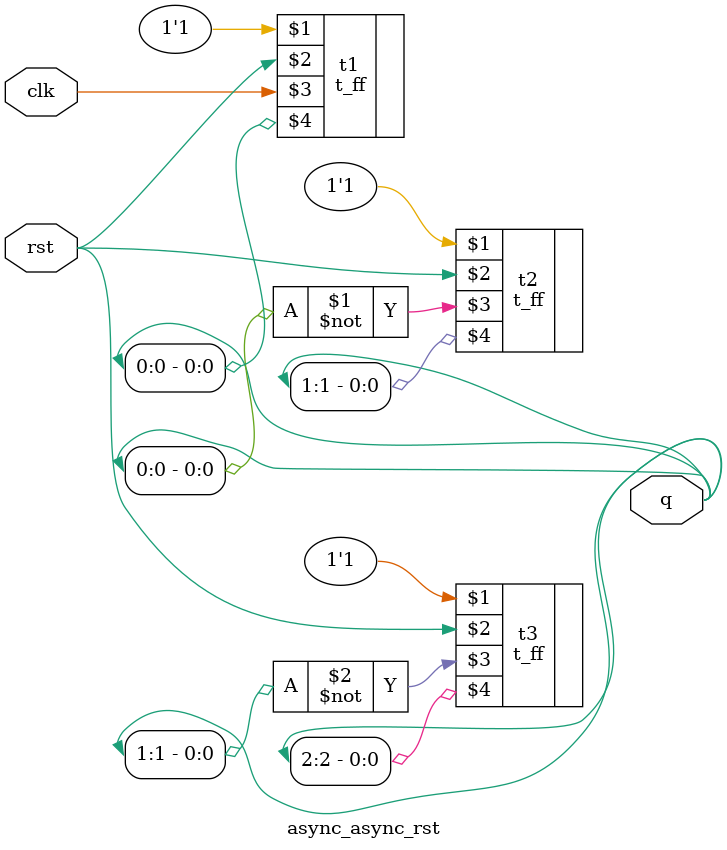
<source format=v>
module async_async_rst (
	input clk, rst,
	output [2:0] q
);

t_ff t1 (1'b1, rst, clk, q[0]);
t_ff t2 (1'b1, rst, ~q[0], q[1]);
t_ff t3 (1'b1, rst, ~q[1], q[2]);

endmodule

</source>
